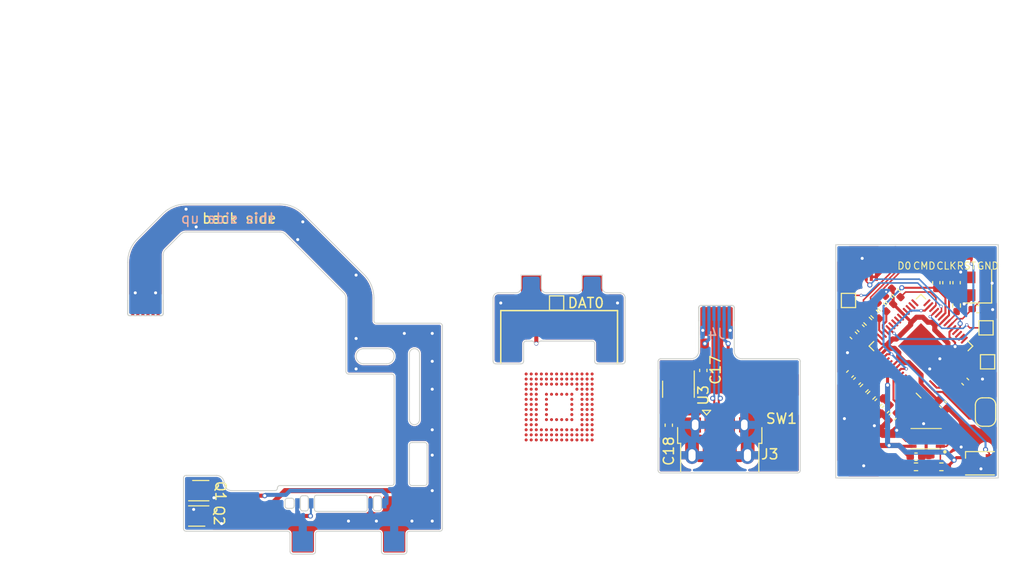
<source format=kicad_pcb>
(kicad_pcb (version 20221018) (generator pcbnew)

  (general
    (thickness 0.115)
  )

  (paper "A4")
  (layers
    (0 "F.Cu" signal)
    (31 "B.Cu" signal)
    (32 "B.Adhes" user "B.Adhesive")
    (33 "F.Adhes" user "F.Adhesive")
    (34 "B.Paste" user)
    (35 "F.Paste" user)
    (36 "B.SilkS" user "B.Silkscreen")
    (37 "F.SilkS" user "F.Silkscreen")
    (38 "B.Mask" user)
    (39 "F.Mask" user)
    (40 "Dwgs.User" user "User.Drawings")
    (41 "Cmts.User" user "User.Comments")
    (42 "Eco1.User" user "User.Eco1")
    (43 "Eco2.User" user "User.Eco2")
    (44 "Edge.Cuts" user)
    (45 "Margin" user)
    (46 "B.CrtYd" user "B.Courtyard")
    (47 "F.CrtYd" user "F.Courtyard")
    (48 "B.Fab" user)
    (49 "F.Fab" user)
    (50 "User.1" user)
    (51 "User.2" user)
    (52 "User.3" user)
    (53 "User.4" user)
    (54 "User.5" user)
    (55 "User.6" user)
    (56 "User.7" user)
    (57 "User.8" user)
    (58 "User.9" user)
  )

  (setup
    (stackup
      (layer "F.SilkS" (type "Top Silk Screen"))
      (layer "F.Paste" (type "Top Solder Paste"))
      (layer "F.Mask" (type "Top Solder Mask") (thickness 0.01))
      (layer "F.Cu" (type "copper") (thickness 0.035))
      (layer "dielectric 1" (type "core") (color "Polyimide") (thickness 0.025) (material "Polyimide") (epsilon_r 3.2) (loss_tangent 0.004))
      (layer "B.Cu" (type "copper") (thickness 0.035))
      (layer "B.Mask" (type "Bottom Solder Mask") (thickness 0.01))
      (layer "B.Paste" (type "Bottom Solder Paste"))
      (layer "B.SilkS" (type "Bottom Silk Screen"))
      (copper_finish "None")
      (dielectric_constraints no)
    )
    (pad_to_mask_clearance 0)
    (pcbplotparams
      (layerselection 0x00010fc_ffffffff)
      (plot_on_all_layers_selection 0x0000000_00000000)
      (disableapertmacros false)
      (usegerberextensions false)
      (usegerberattributes true)
      (usegerberadvancedattributes true)
      (creategerberjobfile true)
      (dashed_line_dash_ratio 12.000000)
      (dashed_line_gap_ratio 3.000000)
      (svgprecision 4)
      (plotframeref false)
      (viasonmask false)
      (mode 1)
      (useauxorigin false)
      (hpglpennumber 1)
      (hpglpenspeed 20)
      (hpglpendiameter 15.000000)
      (dxfpolygonmode true)
      (dxfimperialunits true)
      (dxfusepcbnewfont true)
      (psnegative false)
      (psa4output false)
      (plotreference true)
      (plotvalue true)
      (plotinvisibletext false)
      (sketchpadsonfab false)
      (subtractmaskfromsilk false)
      (outputformat 1)
      (mirror false)
      (drillshape 1)
      (scaleselection 1)
      (outputdirectory "")
    )
  )

  (net 0 "")
  (net 1 "+3V3")
  (net 2 "GND")
  (net 3 "/XIN")
  (net 4 "Net-(C3-Pad2)")
  (net 5 "+1V1")
  (net 6 "GND1")
  (net 7 "VBUS")
  (net 8 "unconnected-(D1-DOUT-Pad2)")
  (net 9 "/STATUS_LED")
  (net 10 "Net-(J6-Pin_3)")
  (net 11 "GND2")
  (net 12 "/QSPI_~{CS}")
  (net 13 "/~{USB_BOOT}")
  (net 14 "/XOUT")
  (net 15 "/USB_DP")
  (net 16 "/DP")
  (net 17 "/NX_CLK")
  (net 18 "Net-(U1-GPIO27_ADC1)")
  (net 19 "/NX_CMD")
  (net 20 "Net-(U1-GPIO28_ADC2)")
  (net 21 "/NX_D0")
  (net 22 "Net-(U1-GPIO29_ADC3)")
  (net 23 "/RP2040_~{USB_BOOT}")
  (net 24 "/TRAINING_RESET_A")
  (net 25 "/TRAINING_RESET_B")
  (net 26 "unconnected-(U1-GPIO2-Pad4)")
  (net 27 "unconnected-(U1-GPIO3-Pad5)")
  (net 28 "unconnected-(U1-GPIO4-Pad6)")
  (net 29 "unconnected-(U1-GPIO5-Pad7)")
  (net 30 "unconnected-(U1-GPIO6-Pad8)")
  (net 31 "unconnected-(U1-GPIO7-Pad9)")
  (net 32 "unconnected-(U1-GPIO8-Pad11)")
  (net 33 "unconnected-(U1-GPIO9-Pad12)")
  (net 34 "unconnected-(U1-GPIO10-Pad13)")
  (net 35 "unconnected-(U1-GPIO11-Pad14)")
  (net 36 "unconnected-(U1-GPIO12-Pad15)")
  (net 37 "unconnected-(U1-GPIO13-Pad16)")
  (net 38 "unconnected-(U1-GPIO14-Pad17)")
  (net 39 "/NX_CPU")
  (net 40 "/SWCLK")
  (net 41 "/SWD")
  (net 42 "/RUN")
  (net 43 "unconnected-(U1-GPIO17-Pad28)")
  (net 44 "unconnected-(U1-GPIO18-Pad29)")
  (net 45 "unconnected-(U1-GPIO19-Pad30)")
  (net 46 "unconnected-(U1-GPIO20-Pad31)")
  (net 47 "unconnected-(U1-GPIO21-Pad32)")
  (net 48 "unconnected-(U1-GPIO22-Pad34)")
  (net 49 "unconnected-(U1-GPIO23-Pad35)")
  (net 50 "unconnected-(U1-GPIO24-Pad36)")
  (net 51 "unconnected-(U1-GPIO25-Pad37)")
  (net 52 "/NX_RST")
  (net 53 "/QSPI_SD3")
  (net 54 "/QSPI_CLK")
  (net 55 "/QSPI_SD0")
  (net 56 "/QSPI_SD2")
  (net 57 "/QSPI_SD1")
  (net 58 "/D+")
  (net 59 "/D-")
  (net 60 "Net-(C16-Pad1)")
  (net 61 "Net-(C15-Pad1)")
  (net 62 "/DAT0")
  (net 63 "GND3")
  (net 64 "unconnected-(J3-ID-Pad4)")
  (net 65 "/USB_DN")
  (net 66 "/DN")

  (footprint "TestPoint:TestPoint_Pad_1.0x1.0mm" (layer "F.Cu") (at 167.25 52.5))

  (footprint "Capacitor_SMD:C_0402_1005Metric_Pad0.74x0.62mm_HandSolder" (layer "F.Cu") (at 178.75 60.5 135))

  (footprint "Capacitor_SMD:C_0402_1005Metric_Pad0.74x0.62mm_HandSolder" (layer "F.Cu") (at 168.1 60.45 45))

  (footprint "Capacitor_SMD:C_0402_1005Metric_Pad0.74x0.62mm_HandSolder" (layer "F.Cu") (at 177.9 50.75 -90))

  (footprint "Resistor_SMD:R_0402_1005Metric_Pad0.72x0.64mm_HandSolder" (layer "F.Cu") (at 171.95 51.75 -45))

  (footprint "TestPoint:TestPoint_Pad_1.0x1.0mm" (layer "F.Cu") (at 138.5 52.75))

  (footprint "Capacitor_SMD:C_0402_1005Metric_Pad0.74x0.62mm_HandSolder" (layer "F.Cu") (at 175.9 50.75 -90))

  (footprint "TestPoint:TestPoint_Pad_1.0x1.0mm" (layer "F.Cu") (at 177 48))

  (footprint "TestPoint:TestPoint_Pad_1.0x1.0mm" (layer "F.Cu") (at 181 48))

  (footprint "TestPoint:TestPoint_Pad_1.0x1.0mm" (layer "F.Cu") (at 180.8 55.2))

  (footprint "flexifly:HCTL_HC-FPC-05-09-6RLTAG_1x06-1MP_P0.50mm_Horizontal" (layer "F.Cu") (at 168.75 47.275 180))

  (footprint "TestPoint:TestPoint_Pad_1.0x1.0mm" (layer "F.Cu") (at 179 48))

  (footprint "Capacitor_SMD:C_0402_1005Metric_Pad0.74x0.62mm_HandSolder" (layer "F.Cu") (at 171.6 63.95 45))

  (footprint "Crystal:Crystal_SMD_2520-4Pin_2.5x2.0mm" (layer "F.Cu") (at 179.95 51.1 90))

  (footprint "Capacitor_SMD:C_0402_1005Metric_Pad0.74x0.62mm_HandSolder" (layer "F.Cu") (at 170.2 62.55 45))

  (footprint "flexifly:FBGA_153_P0.50mm" (layer "F.Cu") (at 138.75 63))

  (footprint "Resistor_SMD:R_0402_1005Metric_Pad0.72x0.64mm_HandSolder" (layer "F.Cu") (at 169.5 61.85 45))

  (footprint "Capacitor_SMD:C_0402_1005Metric_Pad0.74x0.62mm_HandSolder" (layer "F.Cu") (at 176.55 62.75 135))

  (footprint "Capacitor_SMD:C_0402_1005Metric_Pad0.74x0.62mm_HandSolder" (layer "F.Cu") (at 152.95 59.4 90))

  (footprint "flexifly:W25QxxxxUXxx" (layer "F.Cu") (at 174.9 66.125))

  (footprint "Capacitor_SMD:C_0402_1005Metric_Pad0.74x0.62mm_HandSolder" (layer "F.Cu") (at 176.9 50.75 -90))

  (footprint "TestPoint:TestPoint_Pad_1.0x1.0mm" (layer "F.Cu") (at 180.95 58.55))

  (footprint "TestPoint:TestPoint_Pad_1.0x1.0mm" (layer "F.Cu") (at 175 48))

  (footprint "Capacitor_SMD:C_0402_1005Metric_Pad0.74x0.62mm_HandSolder" (layer "F.Cu") (at 171.25 52.45 -45))

  (footprint "Capacitor_SMD:C_0402_1005Metric_Pad0.74x0.62mm_HandSolder" (layer "F.Cu") (at 149.55 64.8 -90))

  (footprint "TestPoint:TestPoint_Pad_1.0x1.0mm" (layer "F.Cu") (at 173 48))

  (footprint "flexifly:MicroFET_2x2" (layer "F.Cu") (at 103.25 73.75 90))

  (footprint "TestPoint:TestPoint_Pad_2.0x2.0mm" (layer "F.Cu") (at 136 51))

  (footprint "flexifly:Conn_BGA_shim" (layer "F.Cu") (at 136.5 56.75))

  (footprint "flexifly:SW_SPST_XKB_1187A-B-A-B" (layer "F.Cu") (at 158.75 60.95 180))

  (footprint "TestPoint:TestPoint_Pad_2.0x2.0mm" (layer "F.Cu") (at 142 51))

  (footprint "Capacitor_SMD:C_0402_1005Metric_Pad0.74x0.62mm_HandSolder" (layer "F.Cu") (at 168.45 55.25 -45))

  (footprint "Jumper:SolderJumper-2_P1.3mm_Open_RoundedPad1.0x1.5mm" (layer "F.Cu") (at 180.75 63.5 -90))

  (footprint "Package_TO_SOT_SMD:SOT-23-3" (layer "F.Cu") (at 150.5 61.25 -90))

  (footprint "Capacitor_SMD:C_0402_1005Metric_Pad0.74x0.62mm_HandSolder" (layer "F.Cu") (at 167.75 55.95 -45))

  (footprint "Capacitor_SMD:C_0402_1005Metric_Pad0.74x0.62mm_HandSolder" (layer "F.Cu") (at 180 53.35 180))

  (footprint "flexifly:MicroFET_2x2" (layer "F.Cu") (at 103.25 71.25 -90))

  (footprint "Resistor_SMD:R_0402_1005Metric_Pad0.72x0.64mm_HandSolder" (layer "F.Cu") (at 176.4 68.9 180))

  (footprint "flexifly:FPC_1x06_P0.50mm" (layer "F.Cu") (at 98 53.25 180))

  (footprint "LED_SMD:LED_WS2812B-2020_PLCC4_2.0x2.0mm" (layer "F.Cu") (at 180.2 68.55))

  (footprint "Capacitor_SMD:C_0402_1005Metric_Pad0.74x0.62mm_HandSolder" (layer "F.Cu") (at 170.9 63.25 45))

  (footprint "Capacitor_SMD:C_0402_1005Metric_Pad0.74x0.62mm_HandSolder" (layer "F.Cu") (at 173.9 67.9))

  (footprint "Capacitor_SMD:C_0402_1005Metric_Pad0.74x0.62mm_HandSolder" (layer "F.Cu") (at 167.4 59.75 -135))

  (footprint "Resistor_SMD:R_0402_1005Metric_Pad0.72x0.64mm_HandSolder" (layer "F.Cu") (at 173.9 68.9))

  (footprint "Resistor_SMD:R_0402_1005Metric_Pad0.72x0.64mm_HandSolder" (layer "F.Cu") (at 168.8 61.15 -135))

  (footprint "Connector_USB:USB_Micro-B_Amphenol_10103594-0001LF_Horizontal" (layer "F.Cu") (at 154.595 66.65))

  (footprint "Resistor_SMD:R_0402_1005Metric_Pad0.72x0.64mm_HandSolder" (layer "F.Cu") (at 170.55 53.15 -45))

  (footprint "Package_DFN_QFN:QFN-56-1EP_7x7mm_P0.4mm_EP3.2x3.2mm" (layer "F.Cu") (at 174.384996 57 135))

  (footprint "Resistor_SMD:R_0402_1005Metric_Pad0.72x0.64mm_HandSolder" (layer "F.Cu") (at 169.15 54.55 -45))

  (footprint "Resistor_SMD:R_0402_1005Metric_Pad0.72x0.64mm_HandSolder" (layer "F.Cu") (at 169.85 53.85 -45))

  (footprint "flexifly:HCTL_HC-FPC-05-09-6RLTAG_1x06-1MP_P0.50mm_Horizontal" (layer "F.Cu")
    (tstamp fcb4ce66-3d4a-4398-9851-671f787f9066)
    (at 168.75 69.7)
    (property "Sheetfile" "flexifly.kicad_sch")
    (property "Sheetname" "")
    (property "ki_description" "Generic connector, single row, 01x06, script generated")
    (property "ki_keywords" "connector")
    (path "/4b9ed709-5ecc-4670-a52f-3b283367de2f")
    (attr smd)
    (fp_text reference "J1" (at -2.15 -4.075 unlocked) (layer "F.SilkS") hide
        (effects (font (size 1 1) (thickness 0.15)))
      (tstamp 9d9ff109-5409-46d4-b134-cd038b1b3c4e)
    )
    (fp_text value "Conn_usb" (at 0.5 1.1 unlocked) (layer "F.Fab")
        (effects (font (size 1 1) (thickness 0.15)))
      (tstamp 7eeba402-e867-46d3-ba8f-bb60d9831eb4)
    )
    (pad "1" smd rect (at -1.25 -2.9) (size 0.3 0.8) (layers "F.Cu" "F.Paste" "F.Mask")
      (net 2 "GND") (pinfunction "Pin_1") (pintype "passive") (thermal_bridge_angle 45) (tstamp 90a181b3-cb6b-4ef0-8f2d-c45a1d9ee0c5))
    (pad "2" smd rect (at -0.75 -2.9) (size 0.3 0.8) (layers "F.Cu" "F.Paste" "F.Mask")
      (net 2 "GND") (pinfunction "Pin_2") (pintype "passive") (thermal_bridge_angle 45) (tstamp dfb6c3b6-6c3b-4e8a-9b15-d24a53c7d65f))
    (pad "3" smd rect (at -0.25 -2.9) (size 0.3 0.8) (layers "F.Cu" "F.Paste" "F.Mask")
      (net 65 "/USB_DN") (pinfunction "Pin_3") (pintype "passive") (thermal_bridge_angle 45) (tstamp dbfd0c4a-c1f1-4169-b9bc-37f85a5c9a01))
    (pad "4" smd rect (at 0.25 -2.9) (size 0.3 0.8) (layers "F.Cu" "F.Paste" "F.Mask")
      (net 15 "/USB_DP") (pinfunction "Pin_4") (pintype "passive") (thermal_bridge_angle 45) (tstamp 7d036ac0-8769-4372-ae7e-955a2db15525))
    (pad "5" smd rect (at 0.75 -2.9) (size 0.3 0.8) (layers "F.Cu" "F.Paste" "F.Mask")
      (net 13 "/~{USB_BOOT}") (pinfunction "Pin_5") (pintype "passive") (thermal_bridge_angle 45) (tstamp 72096676-4601-4fa4-ae69-89dc6d73e675))
    (pad "6" smd rect (at 1.25 -
... [258423 chars truncated]
</source>
